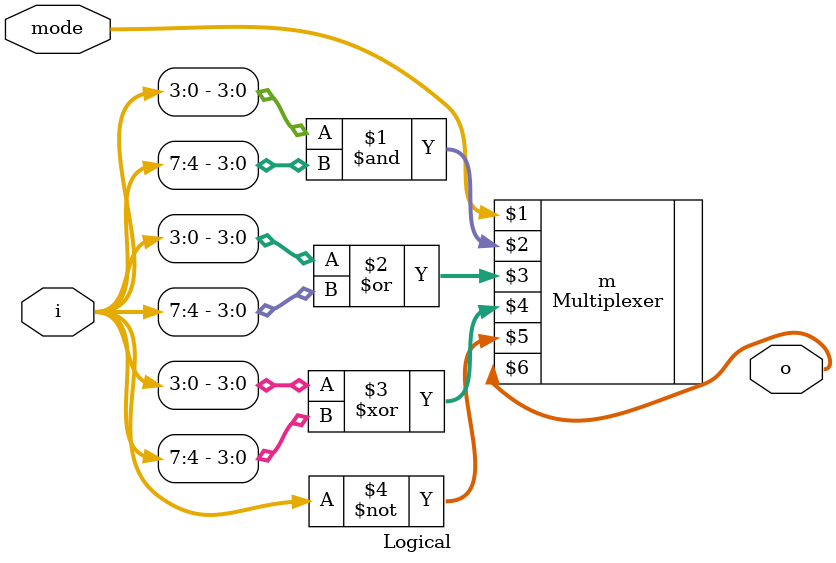
<source format=v>
module Logical(input [1:0] mode, input [7:0] i, output [7:0] o);
Multiplexer m(mode, 
	i[3:0] & i[7:4], 
	i[3:0] | i[7:4],
	i[3:0] ^ i[7:4], 
	~i, o);
endmodule
</source>
